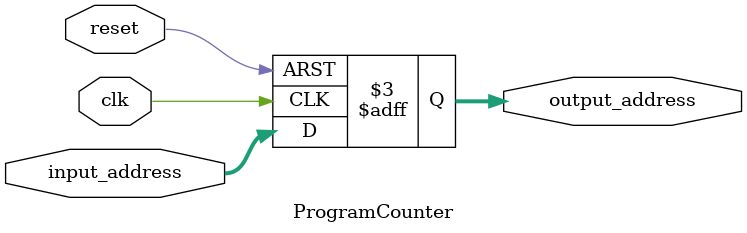
<source format=v>


module ProgramCounter(
    input wire clk,          // Clock input
    input wire reset,        // Reset input
    input wire [31:0] input_address,  // given address
    output reg [31:0] output_address   // output address
); 

    initial begin
    
        output_address <= 32'b0;
        
    end

    always @(posedge clk or posedge reset) begin
        if (reset) begin
            // Reset the program counter to 0
            output_address <= 32'b0;
        end
        else begin
            output_address <= input_address;
        end
    end

endmodule

</source>
